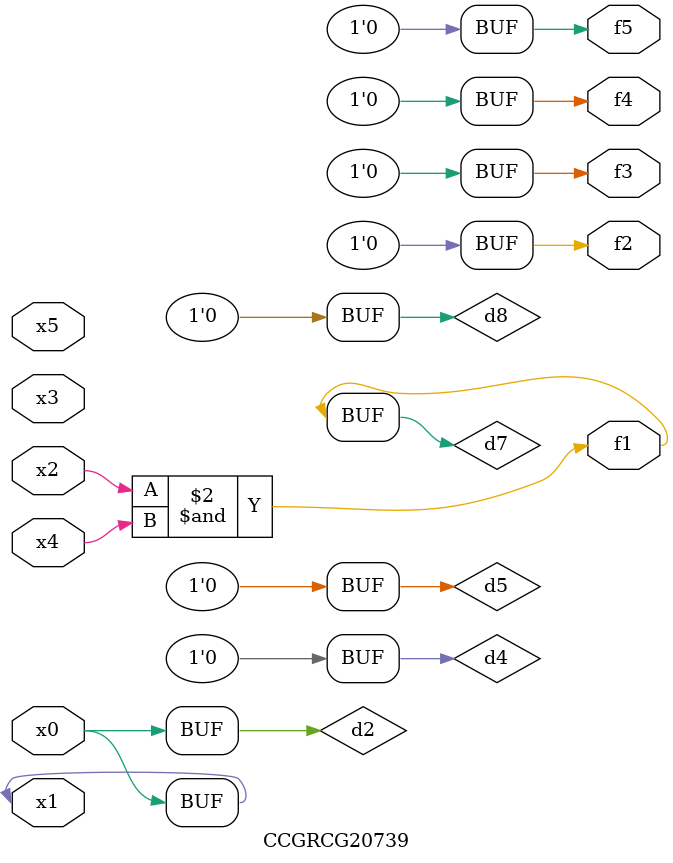
<source format=v>
module CCGRCG20739(
	input x0, x1, x2, x3, x4, x5,
	output f1, f2, f3, f4, f5
);

	wire d1, d2, d3, d4, d5, d6, d7, d8, d9;

	nand (d1, x1);
	buf (d2, x0, x1);
	nand (d3, x2, x4);
	and (d4, d1, d2);
	and (d5, d1, d2);
	nand (d6, d1, d3);
	not (d7, d3);
	xor (d8, d5);
	nor (d9, d5, d6);
	assign f1 = d7;
	assign f2 = d8;
	assign f3 = d8;
	assign f4 = d8;
	assign f5 = d8;
endmodule

</source>
